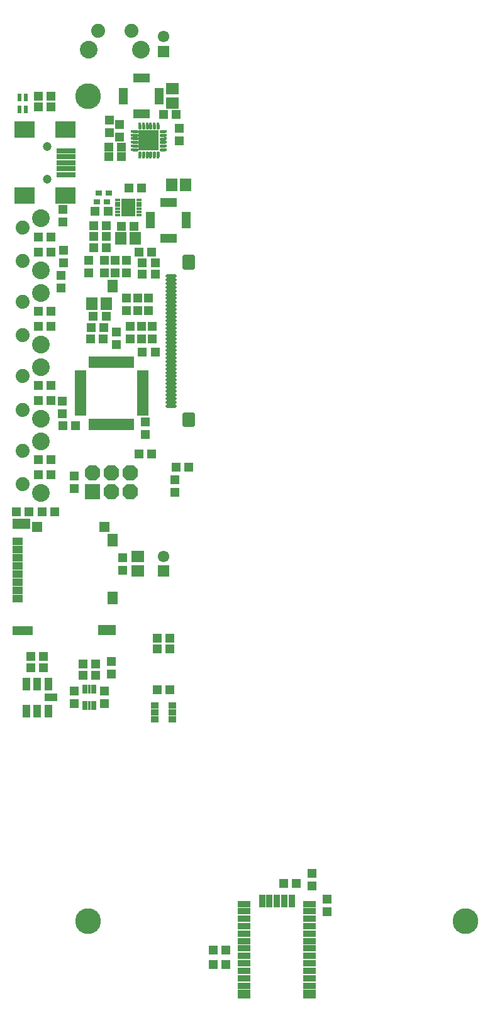
<source format=gts>
G75*
G70*
%OFA0B0*%
%FSLAX24Y24*%
%IPPOS*%
%LPD*%
%AMOC8*
5,1,8,0,0,1.08239X$1,22.5*
%
%ADD10C,0.1365*%
%ADD11R,0.0867X0.0513*%
%ADD12R,0.0513X0.0867*%
%ADD13R,0.0165X0.0160*%
%ADD14C,0.0165*%
%ADD15R,0.0160X0.0165*%
%ADD16R,0.1102X0.1102*%
%ADD17R,0.0291X0.0134*%
%ADD18R,0.0717X0.0921*%
%ADD19R,0.0592X0.0671*%
%ADD20R,0.0513X0.0474*%
%ADD21R,0.0474X0.0513*%
%ADD22R,0.0671X0.0592*%
%ADD23R,0.1064X0.0867*%
%ADD24R,0.0986X0.0277*%
%ADD25C,0.0474*%
%ADD26R,0.0237X0.0395*%
%ADD27R,0.0611X0.0611*%
%ADD28C,0.0611*%
%ADD29R,0.0356X0.0277*%
%ADD30R,0.0671X0.0356*%
%ADD31R,0.0671X0.0474*%
%ADD32R,0.0356X0.0671*%
%ADD33R,0.0395X0.0328*%
%ADD34R,0.0434X0.0671*%
%ADD35R,0.0671X0.0434*%
%ADD36R,0.0169X0.0474*%
%ADD37R,0.0568X0.0395*%
%ADD38R,0.1064X0.0454*%
%ADD39R,0.0946X0.0533*%
%ADD40R,0.0533X0.0671*%
%ADD41R,0.0552X0.0537*%
%ADD42R,0.0572X0.0537*%
%ADD43C,0.0198*%
%ADD44C,0.0268*%
%ADD45R,0.0631X0.0198*%
%ADD46R,0.0198X0.0631*%
%ADD47C,0.0940*%
%ADD48C,0.0740*%
%ADD49R,0.0820X0.0820*%
%ADD50OC8,0.0820*%
%ADD51R,0.0580X0.0330*%
D10*
X008798Y004408D03*
X028806Y004408D03*
X008798Y048156D03*
D11*
X011617Y047227D03*
X011617Y049116D03*
X013054Y042522D03*
X013054Y040632D03*
D12*
X013998Y041577D03*
X012109Y041577D03*
X012561Y048171D03*
X010672Y048171D03*
D13*
X011518Y046701D03*
X011715Y046701D03*
X011912Y046701D03*
X012109Y046701D03*
X012306Y046701D03*
X012503Y046701D03*
X012502Y044917D03*
X012305Y044917D03*
X012109Y044917D03*
X011912Y044917D03*
X011715Y044917D03*
X011518Y044917D03*
D14*
X011518Y045005D02*
X011518Y045143D01*
X011715Y045143D02*
X011715Y045005D01*
X011911Y045005D02*
X011911Y045143D01*
X012108Y045143D02*
X012108Y045005D01*
X012305Y045005D02*
X012305Y045143D01*
X012502Y045143D02*
X012502Y045005D01*
X012677Y045317D02*
X012815Y045317D01*
X012815Y045514D02*
X012677Y045514D01*
X012677Y045710D02*
X012815Y045710D01*
X012815Y045907D02*
X012677Y045907D01*
X012677Y046104D02*
X012815Y046104D01*
X012815Y046301D02*
X012677Y046301D01*
X012503Y046476D02*
X012503Y046614D01*
X012306Y046614D02*
X012306Y046476D01*
X012109Y046476D02*
X012109Y046614D01*
X011912Y046614D02*
X011912Y046476D01*
X011715Y046476D02*
X011715Y046614D01*
X011519Y046614D02*
X011519Y046476D01*
X011344Y046302D02*
X011206Y046302D01*
X011206Y046105D02*
X011344Y046105D01*
X011344Y045908D02*
X011206Y045908D01*
X011206Y045711D02*
X011344Y045711D01*
X011344Y045514D02*
X011206Y045514D01*
X011206Y045318D02*
X011344Y045318D01*
D15*
X011118Y045317D03*
X011118Y045514D03*
X011118Y045711D03*
X011118Y045908D03*
X011118Y046105D03*
X011118Y046302D03*
X012902Y046301D03*
X012902Y046104D03*
X012902Y045908D03*
X012902Y045711D03*
X012902Y045514D03*
X012902Y045317D03*
D16*
X012010Y045809D03*
D17*
X011479Y042660D03*
X011479Y042502D03*
X011479Y042345D03*
X011481Y042187D03*
X011481Y042187D03*
X011479Y042030D03*
X011479Y041872D03*
X010372Y041872D03*
X010372Y042030D03*
X010374Y042187D03*
X010374Y042187D03*
X010372Y042345D03*
X010372Y042502D03*
X010372Y042660D03*
D18*
X010928Y042266D03*
D19*
X011282Y040632D03*
X010534Y040632D03*
X009747Y037148D03*
X008998Y037148D03*
X013211Y043447D03*
X013959Y043447D03*
D20*
X012148Y039904D03*
X012345Y039313D03*
X012345Y038723D03*
X011676Y038723D03*
X011676Y039313D03*
X011479Y039904D03*
X011243Y041262D03*
X010573Y041262D03*
X009845Y042069D03*
X009176Y042069D03*
X007463Y042148D03*
X007463Y041479D03*
X006833Y040691D03*
X006164Y040691D03*
X007483Y040002D03*
X007483Y039333D03*
X007365Y038664D03*
X007365Y037994D03*
X006833Y036754D03*
X006164Y036754D03*
X008959Y035888D03*
X008939Y035297D03*
X009609Y035297D03*
X009628Y035888D03*
X009747Y036479D03*
X009077Y036479D03*
X008821Y038782D03*
X008821Y039451D03*
X010967Y043290D03*
X011636Y043290D03*
X010573Y044943D03*
X010573Y045455D03*
X009904Y045455D03*
X009904Y044943D03*
X012778Y047187D03*
X013447Y047187D03*
X012345Y034589D03*
X011676Y034589D03*
X008132Y030691D03*
X007463Y030691D03*
X006833Y028880D03*
X006164Y028880D03*
X006361Y026124D03*
X007030Y026124D03*
X008073Y027364D03*
X008073Y028034D03*
X006833Y032817D03*
X006164Y032817D03*
X011479Y029195D03*
X012148Y029195D03*
X013388Y027837D03*
X013388Y027168D03*
X009195Y018053D03*
X009195Y017463D03*
X008526Y017463D03*
X008526Y018053D03*
X006439Y017857D03*
X006439Y018447D03*
X005770Y018447D03*
X005770Y017857D03*
X015416Y002896D03*
X016085Y002896D03*
X016085Y002109D03*
X015416Y002109D03*
X020672Y006301D03*
X020672Y006971D03*
X021459Y005593D03*
X021459Y004923D03*
D21*
X019825Y006439D03*
X019156Y006439D03*
X013132Y016675D03*
X012463Y016675D03*
X012463Y018841D03*
X012463Y019431D03*
X013132Y019431D03*
X013132Y018841D03*
X010632Y023034D03*
X010632Y023703D03*
X013467Y028486D03*
X014136Y028486D03*
X011833Y030219D03*
X011833Y030888D03*
X010278Y035002D03*
X010278Y035671D03*
X010829Y036774D03*
X010829Y037443D03*
X011420Y037443D03*
X012010Y037443D03*
X012010Y036774D03*
X011420Y036774D03*
X011617Y035947D03*
X011026Y035947D03*
X011026Y035278D03*
X011617Y035278D03*
X012207Y035278D03*
X012207Y035947D03*
X010829Y038782D03*
X010239Y038782D03*
X009648Y038782D03*
X009648Y039451D03*
X009766Y040120D03*
X009766Y040711D03*
X009766Y041301D03*
X009097Y041301D03*
X009097Y040711D03*
X009097Y040120D03*
X010239Y039451D03*
X010829Y039451D03*
X006833Y039904D03*
X006164Y039904D03*
X006164Y035967D03*
X006833Y035967D03*
X006833Y032030D03*
X007443Y031990D03*
X007443Y031321D03*
X006164Y032030D03*
X006164Y028093D03*
X006833Y028093D03*
X005652Y026124D03*
X004983Y026124D03*
X010042Y018191D03*
X010042Y017522D03*
X009648Y016616D03*
X009648Y015947D03*
X008073Y015947D03*
X008073Y016616D03*
X010475Y045986D03*
X010475Y046656D03*
X009924Y046892D03*
X009924Y046223D03*
X006833Y047581D03*
X006833Y048171D03*
X006164Y048171D03*
X006164Y047581D03*
X013624Y046459D03*
X013624Y045790D03*
D22*
X013270Y047797D03*
X013270Y048546D03*
X011420Y023742D03*
X011420Y022994D03*
D23*
X007601Y042876D03*
X005435Y042876D03*
X005435Y046380D03*
X007601Y046380D03*
D24*
X007640Y045258D03*
X007640Y044943D03*
X007640Y044628D03*
X007640Y044313D03*
X007640Y043998D03*
D25*
X006617Y043762D03*
X006617Y045494D03*
D26*
X005487Y047453D03*
X005148Y047453D03*
X005148Y048103D03*
X005487Y048103D03*
D27*
X012798Y050534D03*
X012798Y022975D03*
D28*
X012798Y023762D03*
X012798Y051321D03*
D29*
X009884Y043014D03*
X009786Y042561D03*
X009372Y043014D03*
X009274Y042561D03*
D30*
X017069Y005337D03*
X017069Y004943D03*
X017069Y004549D03*
X017069Y004156D03*
X017069Y003762D03*
X017069Y003368D03*
X017069Y002975D03*
X017069Y002581D03*
X017069Y002187D03*
X017069Y001794D03*
X017069Y001400D03*
X017069Y001006D03*
X020534Y001006D03*
X020534Y001400D03*
X020534Y001794D03*
X020534Y002187D03*
X020534Y002581D03*
X020534Y002975D03*
X020534Y003368D03*
X020534Y003762D03*
X020534Y004156D03*
X020534Y004549D03*
X020534Y004943D03*
X020534Y005337D03*
D31*
X020534Y000553D03*
X017069Y000553D03*
D32*
X018014Y005494D03*
X018408Y005494D03*
X018802Y005494D03*
X019195Y005494D03*
X019589Y005494D03*
D33*
X013270Y015120D03*
X013270Y015494D03*
X013270Y015868D03*
X012325Y015868D03*
X012325Y015494D03*
X012325Y015120D03*
D34*
X006695Y015573D03*
X006105Y015573D03*
X005514Y015573D03*
X005514Y016990D03*
X006105Y016990D03*
X006695Y016990D03*
D35*
X006813Y016282D03*
D36*
X008546Y016715D03*
X008703Y016715D03*
X008861Y016715D03*
X009018Y016715D03*
X009176Y016715D03*
X009176Y015849D03*
X009018Y015849D03*
X008861Y015849D03*
X008703Y015849D03*
X008546Y015849D03*
D37*
X005069Y021536D03*
X005069Y021969D03*
X005069Y022402D03*
X005069Y022835D03*
X005069Y023268D03*
X005069Y023701D03*
X005069Y024134D03*
X005069Y024567D03*
D38*
X005317Y019825D03*
D39*
X005258Y025490D03*
X009778Y019864D03*
D40*
X010091Y021559D03*
X010091Y024622D03*
D41*
X009648Y025331D03*
D42*
X006105Y025331D03*
D43*
X013004Y031734D02*
X013378Y031734D01*
X013378Y031931D02*
X013004Y031931D01*
X013004Y032128D02*
X013378Y032128D01*
X013378Y032325D02*
X013004Y032325D01*
X013004Y032522D02*
X013378Y032522D01*
X013378Y032719D02*
X013004Y032719D01*
X013004Y032916D02*
X013378Y032916D01*
X013378Y033112D02*
X013004Y033112D01*
X013004Y033309D02*
X013378Y033309D01*
X013378Y033506D02*
X013004Y033506D01*
X013004Y033703D02*
X013378Y033703D01*
X013378Y033900D02*
X013004Y033900D01*
X013004Y034097D02*
X013378Y034097D01*
X013378Y034294D02*
X013004Y034294D01*
X013004Y034490D02*
X013378Y034490D01*
X013378Y034687D02*
X013004Y034687D01*
X013004Y034884D02*
X013378Y034884D01*
X013378Y035081D02*
X013004Y035081D01*
X013004Y035278D02*
X013378Y035278D01*
X013378Y035475D02*
X013004Y035475D01*
X013004Y035671D02*
X013378Y035671D01*
X013378Y035868D02*
X013004Y035868D01*
X013004Y036065D02*
X013378Y036065D01*
X013378Y036262D02*
X013004Y036262D01*
X013004Y036459D02*
X013378Y036459D01*
X013378Y036656D02*
X013004Y036656D01*
X013004Y036853D02*
X013378Y036853D01*
X013378Y037049D02*
X013004Y037049D01*
X013004Y037246D02*
X013378Y037246D01*
X013378Y037443D02*
X013004Y037443D01*
X013004Y037640D02*
X013378Y037640D01*
X013378Y037837D02*
X013004Y037837D01*
X013004Y038034D02*
X013378Y038034D01*
X013378Y038231D02*
X013004Y038231D01*
X013004Y038427D02*
X013378Y038427D01*
X013378Y038624D02*
X013004Y038624D01*
D44*
X014327Y039093D02*
X014327Y039613D01*
X014327Y039093D02*
X013925Y039093D01*
X013925Y039613D01*
X014327Y039613D01*
X014327Y039360D02*
X013925Y039360D01*
X014327Y031266D02*
X014327Y030746D01*
X013925Y030746D01*
X013925Y031266D01*
X014327Y031266D01*
X014327Y031013D02*
X013925Y031013D01*
D45*
X011692Y031323D03*
X011692Y031523D03*
X011692Y031723D03*
X011692Y031923D03*
X011692Y032123D03*
X011692Y032323D03*
X011692Y032523D03*
X011692Y032723D03*
X011692Y032923D03*
X011692Y033123D03*
X011692Y033323D03*
X011692Y033523D03*
X008392Y033523D03*
X008392Y033323D03*
X008392Y033123D03*
X008392Y032923D03*
X008392Y032723D03*
X008392Y032523D03*
X008392Y032323D03*
X008392Y032123D03*
X008392Y031923D03*
X008392Y031723D03*
X008392Y031523D03*
X008392Y031323D03*
D46*
X008942Y030773D03*
X009142Y030773D03*
X009342Y030773D03*
X009542Y030773D03*
X009742Y030773D03*
X009942Y030773D03*
X010142Y030773D03*
X010342Y030773D03*
X010542Y030773D03*
X010742Y030773D03*
X010942Y030773D03*
X011142Y030773D03*
X011142Y034073D03*
X010942Y034073D03*
X010742Y034073D03*
X010542Y034073D03*
X010342Y034073D03*
X010142Y034073D03*
X009942Y034073D03*
X009742Y034073D03*
X009542Y034073D03*
X009342Y034073D03*
X009142Y034073D03*
X008942Y034073D03*
D47*
X006298Y033801D03*
X006298Y034983D03*
X006298Y037738D03*
X006298Y038920D03*
X006298Y041675D03*
X008841Y050636D03*
X011597Y050636D03*
X006298Y031046D03*
X006298Y029864D03*
X006298Y027109D03*
D48*
X005317Y027601D03*
X005317Y029372D03*
X005317Y031538D03*
X005317Y033309D03*
X005317Y035475D03*
X005317Y037246D03*
X005317Y039412D03*
X005317Y041183D03*
X009333Y051616D03*
X011105Y051616D03*
D49*
X009042Y027199D03*
D50*
X009042Y028199D03*
X010042Y028199D03*
X010042Y027199D03*
X011042Y027199D03*
X011042Y028199D03*
D51*
X010101Y037931D03*
X010101Y038255D03*
M02*

</source>
